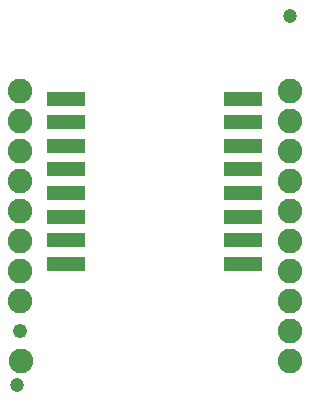
<source format=gbs>
G75*
%MOIN*%
%OFA0B0*%
%FSLAX25Y25*%
%IPPOS*%
%LPD*%
%AMOC8*
5,1,8,0,0,1.08239X$1,22.5*
%
%ADD10C,0.04800*%
%ADD11R,0.12611X0.04737*%
%ADD12C,0.08200*%
%ADD13C,0.04737*%
D10*
X0107833Y0126000D03*
D11*
X0123306Y0148441D03*
X0123306Y0156315D03*
X0123306Y0164189D03*
X0123306Y0172063D03*
X0123306Y0179937D03*
X0123306Y0187811D03*
X0123306Y0195685D03*
X0123306Y0203559D03*
X0182361Y0203559D03*
X0182361Y0195685D03*
X0182361Y0187811D03*
X0182361Y0179937D03*
X0182361Y0172063D03*
X0182361Y0164189D03*
X0182361Y0156315D03*
X0182361Y0148441D03*
D12*
X0197833Y0146000D03*
X0197833Y0156000D03*
X0197833Y0166000D03*
X0197833Y0176000D03*
X0197833Y0186000D03*
X0197833Y0196000D03*
X0197833Y0206000D03*
X0107833Y0206000D03*
X0107833Y0196000D03*
X0107833Y0186000D03*
X0107833Y0176000D03*
X0107833Y0166000D03*
X0107833Y0156000D03*
X0107833Y0146000D03*
X0107833Y0136000D03*
X0108333Y0116000D03*
X0197833Y0116000D03*
X0197833Y0126000D03*
X0197833Y0136000D03*
D13*
X0106833Y0108000D03*
X0197833Y0231000D03*
M02*

</source>
